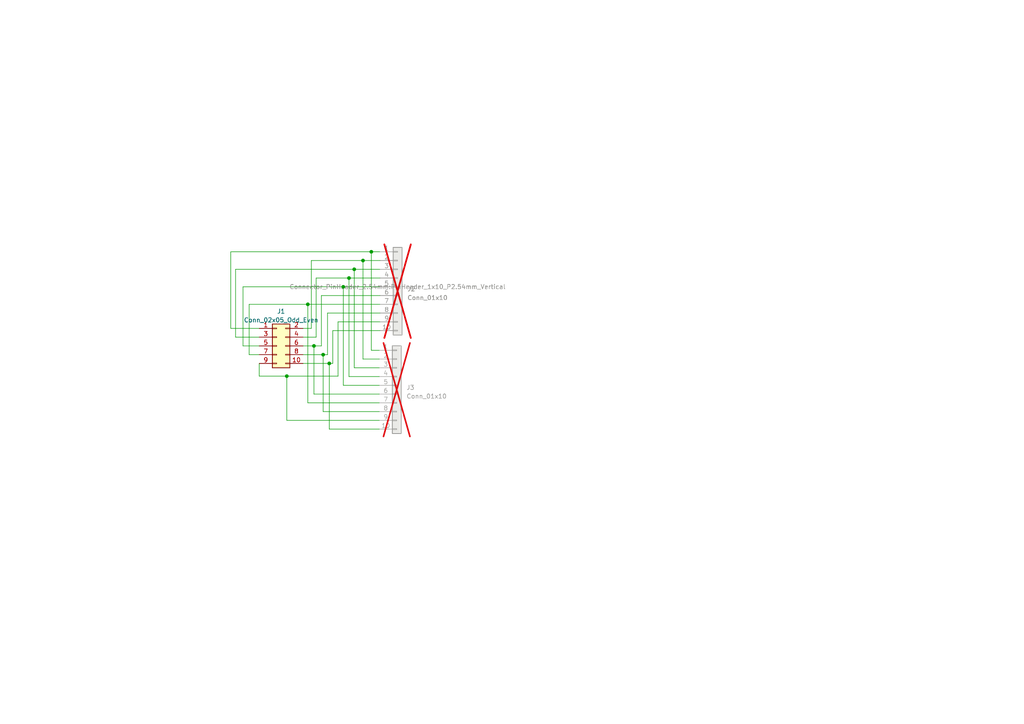
<source format=kicad_sch>
(kicad_sch (version 20230121) (generator eeschema)
  (paper "A4")
  (title_block (title "10 Connector Ribbon Cable Breakout") (date "8-Aug-2023") (rev "-"))
  (lib_symbols
    (symbol "Connector_Generic:Conn_01x10" (pin_names (offset 1.016) hide)
      (property "Reference" "J" (at 0 12.7 0))
      (property "Value" "Conn_01x10" (at 0 -15.24 0))
      (symbol "Conn_01x10_1_1"
        (rectangle (start -1.27 -12.573) (end 0 -12.827) (stroke (width 0.1524)))
        (rectangle (start -1.27 -10.033) (end 0 -10.287) (stroke (width 0.1524)))
        (rectangle (start -1.27 -7.493) (end 0 -7.747) (stroke (width 0.1524)))
        (rectangle (start -1.27 -4.953) (end 0 -5.207) (stroke (width 0.1524)))
        (rectangle (start -1.27 -2.413) (end 0 -2.667) (stroke (width 0.1524)))
        (rectangle (start -1.27 0.127) (end 0 -0.127) (stroke (width 0.1524)))
        (rectangle (start -1.27 2.667) (end 0 2.413) (stroke (width 0.1524)))
        (rectangle (start -1.27 5.207) (end 0 4.953) (stroke (width 0.1524)))
        (rectangle (start -1.27 7.747) (end 0 7.493) (stroke (width 0.1524)))
        (rectangle (start -1.27 10.287) (end 0 10.033) (stroke (width 0.1524)))
        (rectangle (start -1.27 11.43) (end 1.27 -13.97) (stroke (width 0.254)) (fill (type background)))
        (pin passive line (at -5.08 10.16 0) (length 3.81) (name "Pin_1") (number "1"))
        (pin passive line (at -5.08 -12.7 0) (length 3.81) (name "Pin_10") (number "10"))
        (pin passive line (at -5.08 7.62 0) (length 3.81) (name "Pin_2") (number "2"))
        (pin passive line (at -5.08 5.08 0) (length 3.81) (name "Pin_3") (number "3"))
        (pin passive line (at -5.08 2.54 0) (length 3.81) (name "Pin_4") (number "4"))
        (pin passive line (at -5.08 0 0) (length 3.81) (name "Pin_5") (number "5"))
        (pin passive line (at -5.08 -2.54 0) (length 3.81) (name "Pin_6") (number "6"))
        (pin passive line (at -5.08 -5.08 0) (length 3.81) (name "Pin_7") (number "7"))
        (pin passive line (at -5.08 -7.62 0) (length 3.81) (name "Pin_8") (number "8"))
        (pin passive line (at -5.08 -10.16 0) (length 3.81) (name "Pin_9") (number "9"))
      )
    )
    (symbol "Connector_Generic:Conn_02x05_Odd_Even" (pin_names (offset 1.016) hide)
      (property "Reference" "J" (at 1.27 7.62 0))
      (property "Value" "Conn_02x05_Odd_Even" (at 1.27 -7.62 0))
      (symbol "Conn_02x05_Odd_Even_1_1"
        (rectangle (start -1.27 -4.953) (end 0 -5.207) (stroke (width 0.1524)))
        (rectangle (start -1.27 -2.413) (end 0 -2.667) (stroke (width 0.1524)))
        (rectangle (start -1.27 0.127) (end 0 -0.127) (stroke (width 0.1524)))
        (rectangle (start -1.27 2.667) (end 0 2.413) (stroke (width 0.1524)))
        (rectangle (start -1.27 5.207) (end 0 4.953) (stroke (width 0.1524)))
        (rectangle (start -1.27 6.35) (end 3.81 -6.35) (stroke (width 0.254)) (fill (type background)))
        (rectangle (start 3.81 -4.953) (end 2.54 -5.207) (stroke (width 0.1524)))
        (rectangle (start 3.81 -2.413) (end 2.54 -2.667) (stroke (width 0.1524)))
        (rectangle (start 3.81 0.127) (end 2.54 -0.127) (stroke (width 0.1524)))
        (rectangle (start 3.81 2.667) (end 2.54 2.413) (stroke (width 0.1524)))
        (rectangle (start 3.81 5.207) (end 2.54 4.953) (stroke (width 0.1524)))
        (pin passive line (at -5.08 5.08 0) (length 3.81) (name "Pin_1") (number "1"))
        (pin passive line (at 7.62 -5.08 180) (length 3.81) (name "Pin_10") (number "10"))
        (pin passive line (at 7.62 5.08 180) (length 3.81) (name "Pin_2") (number "2"))
        (pin passive line (at -5.08 2.54 0) (length 3.81) (name "Pin_3") (number "3"))
        (pin passive line (at 7.62 2.54 180) (length 3.81) (name "Pin_4") (number "4"))
        (pin passive line (at -5.08 0 0) (length 3.81) (name "Pin_5") (number "5"))
        (pin passive line (at 7.62 0 180) (length 3.81) (name "Pin_6") (number "6"))
        (pin passive line (at -5.08 -2.54 0) (length 3.81) (name "Pin_7") (number "7"))
        (pin passive line (at 7.62 -2.54 180) (length 3.81) (name "Pin_8") (number "8"))
        (pin passive line (at -5.08 -5.08 0) (length 3.81) (name "Pin_9") (number "9"))
      )
    )
  )
  (junction (at 101.219 80.645))
  (junction (at 91.059 100.33))
  (junction (at 99.568 83.185))
  (junction (at 93.726 102.87))
  (junction (at 95.504 105.41))
  (junction (at 102.743 78.105))
  (junction (at 105.283 75.565))
  (junction (at 107.696 73.025))
  (junction (at 83.185 109.093))
  (junction (at 89.281 88.265))
  (wire (pts (xy 96.52 95.885) (xy 110.236 95.885)))
  (wire (pts (xy 95.504 124.46) (xy 95.504 105.41)))
  (wire (pts (xy 72.263 88.265) (xy 89.281 88.265)))
  (wire (pts (xy 93.218 85.725) (xy 110.236 85.725)))
  (wire (pts (xy 94.996 102.87) (xy 94.996 90.805)))
  (wire (pts (xy 105.283 75.565) (xy 105.283 104.14)))
  (wire (pts (xy 109.982 119.38) (xy 93.726 119.38)))
  (wire (pts (xy 75.184 100.33) (xy 70.485 100.33)))
  (wire (pts (xy 105.283 75.565) (xy 110.236 75.565)))
  (wire (pts (xy 66.929 95.25) (xy 66.929 73.025)))
  (wire (pts (xy 93.726 102.87) (xy 94.996 102.87)))
  (wire (pts (xy 87.884 105.41) (xy 95.504 105.41)))
  (wire (pts (xy 83.185 109.093) (xy 98.044 109.093)))
  (wire (pts (xy 98.044 109.093) (xy 98.044 93.345)))
  (wire (pts (xy 109.982 114.3) (xy 91.059 114.3)))
  (wire (pts (xy 94.996 90.805) (xy 110.236 90.805)))
  (wire (pts (xy 87.884 95.25) (xy 90.297 95.25)))
  (wire (pts (xy 70.485 100.33) (xy 70.485 83.185)))
  (wire (pts (xy 96.52 105.41) (xy 96.52 95.885)))
  (wire (pts (xy 107.696 73.025) (xy 107.696 101.6)))
  (wire (pts (xy 102.743 106.68) (xy 102.743 78.105)))
  (wire (pts (xy 91.059 100.33) (xy 93.218 100.33)))
  (wire (pts (xy 75.184 97.79) (xy 68.326 97.79)))
  (wire (pts (xy 109.982 109.22) (xy 101.219 109.22)))
  (wire (pts (xy 109.982 121.92) (xy 83.185 121.92)))
  (wire (pts (xy 87.884 100.33) (xy 91.059 100.33)))
  (wire (pts (xy 101.219 80.645) (xy 110.236 80.645)))
  (wire (pts (xy 75.184 109.093) (xy 83.185 109.093)))
  (wire (pts (xy 101.219 80.645) (xy 101.219 109.22)))
  (wire (pts (xy 109.982 116.84) (xy 89.281 116.84)))
  (wire (pts (xy 87.884 97.79) (xy 91.694 97.79)))
  (wire (pts (xy 90.297 95.25) (xy 90.297 75.565)))
  (wire (pts (xy 89.281 88.265) (xy 89.281 116.84)))
  (wire (pts (xy 93.218 100.33) (xy 93.218 85.725)))
  (wire (pts (xy 89.281 88.265) (xy 110.236 88.265)))
  (wire (pts (xy 102.743 78.105) (xy 110.236 78.105)))
  (wire (pts (xy 109.982 101.6) (xy 107.696 101.6)))
  (wire (pts (xy 93.726 102.87) (xy 93.726 119.38)))
  (wire (pts (xy 98.044 93.345) (xy 110.236 93.345)))
  (wire (pts (xy 83.185 109.093) (xy 83.185 121.92)))
  (wire (pts (xy 109.982 111.76) (xy 99.568 111.76)))
  (wire (pts (xy 91.694 80.645) (xy 101.219 80.645)))
  (wire (pts (xy 68.326 78.105) (xy 68.326 97.79)))
  (wire (pts (xy 109.982 124.46) (xy 95.504 124.46)))
  (wire (pts (xy 91.694 97.79) (xy 91.694 80.645)))
  (wire (pts (xy 68.326 78.105) (xy 102.743 78.105)))
  (wire (pts (xy 91.059 100.33) (xy 91.059 114.3)))
  (wire (pts (xy 99.568 83.185) (xy 99.568 111.76)))
  (wire (pts (xy 72.263 102.87) (xy 72.263 88.265)))
  (wire (pts (xy 109.982 104.14) (xy 105.283 104.14)))
  (wire (pts (xy 95.504 105.41) (xy 96.52 105.41)))
  (wire (pts (xy 107.696 73.025) (xy 110.236 73.025)))
  (wire (pts (xy 90.297 75.565) (xy 105.283 75.565)))
  (wire (pts (xy 99.568 83.185) (xy 110.236 83.185)))
  (wire (pts (xy 87.884 102.87) (xy 93.726 102.87)))
  (wire (pts (xy 102.743 106.68) (xy 109.982 106.68)))
  (wire (pts (xy 70.485 83.185) (xy 99.568 83.185)))
  (wire (pts (xy 75.184 102.87) (xy 72.263 102.87)))
  (wire (pts (xy 75.184 105.41) (xy 75.184 109.093)))
  (wire (pts (xy 66.929 73.025) (xy 107.696 73.025)))
  (wire (pts (xy 75.184 95.25) (xy 66.929 95.25)))
  (symbol (lib_id "Connector_Generic:Conn_01x10") (at 115.062 111.76 0) (unit 1) (dnp yes)
    (property "Reference" "J3" (at 117.856 112.395 0) (effects (justify left)))
    (property "Value" "Conn_01x10" (at 117.856 114.935 0) (effects (justify left)))
    (property "Footprint" "Connector_PinHeader_2.54mm:PinHeader_1x10_P2.54mm_Vertical" (effects hide))
  )
  (symbol (lib_id "Connector_Generic:Conn_01x10") (at 115.316 83.185 0) (unit 1) (dnp yes)
    (property "Reference" "J2" (at 118.11 83.82 0) (effects (justify left)))
    (property "Value" "Conn_01x10" (at 118.11 86.36 0) (effects (justify left)))
    (property "Footprint" "Connector_PinHeader_2.54mm:PinHeader_1x10_P2.54mm_Vertical" (at 115.316 83.185 0))
  )
  (symbol (lib_id "Connector_Generic:Conn_02x05_Odd_Even") (at 80.264 100.33 0) (unit 1)
    (property "Reference" "J1" (at 81.534 90.297 0))
    (property "Value" "Conn_02x05_Odd_Even" (at 81.534 92.837 0))
    (property "Footprint" "Connector_PinHeader_2.54mm:PinHeader_2x05_P2.54mm_Horizontal" (effects hide))
  )
)
</source>
